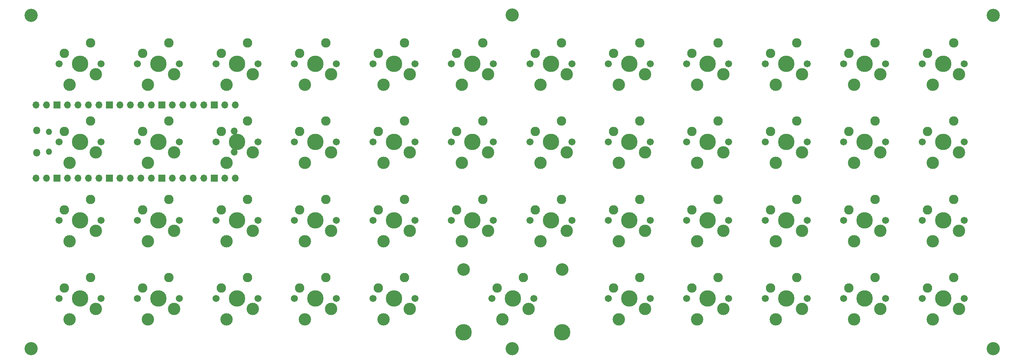
<source format=gbr>
%TF.GenerationSoftware,KiCad,Pcbnew,(6.0.11)*%
%TF.CreationDate,2023-04-14T22:13:07-06:00*%
%TF.ProjectId,JL Planck,4a4c2050-6c61-46e6-936b-2e6b69636164,rev?*%
%TF.SameCoordinates,Original*%
%TF.FileFunction,Soldermask,Top*%
%TF.FilePolarity,Negative*%
%FSLAX46Y46*%
G04 Gerber Fmt 4.6, Leading zero omitted, Abs format (unit mm)*
G04 Created by KiCad (PCBNEW (6.0.11)) date 2023-04-14 22:13:07*
%MOMM*%
%LPD*%
G01*
G04 APERTURE LIST*
%ADD10C,3.048000*%
%ADD11C,3.987800*%
%ADD12C,2.286000*%
%ADD13C,1.701800*%
%ADD14C,3.000000*%
%ADD15C,3.200000*%
%ADD16O,1.700000X1.700000*%
%ADD17R,1.700000X1.700000*%
%ADD18O,1.800000X1.800000*%
%ADD19O,1.500000X1.500000*%
G04 APERTURE END LIST*
D10*
%TO.C,J1*%
X162113681Y-111464249D03*
X185989681Y-111464249D03*
D11*
X162113681Y-126674249D03*
X185989681Y-126674249D03*
%TD*%
D12*
%TO.C,SW26*%
X84466681Y-96909249D03*
X90816681Y-94369249D03*
D13*
X83196681Y-99449249D03*
X93356681Y-99449249D03*
D14*
X85736681Y-104529249D03*
D11*
X88276681Y-99449249D03*
D14*
X92086681Y-101989249D03*
%TD*%
D12*
%TO.C,SW25*%
X65466681Y-96909249D03*
X71816681Y-94369249D03*
D14*
X66736681Y-104529249D03*
D13*
X64196681Y-99449249D03*
D11*
X69276681Y-99449249D03*
D13*
X74356681Y-99449249D03*
D14*
X73086681Y-101989249D03*
%TD*%
D12*
%TO.C,SW18*%
X160466681Y-77909249D03*
X166816681Y-75369249D03*
D14*
X161736681Y-85529249D03*
D13*
X159196681Y-80449249D03*
D14*
X168086681Y-82989249D03*
D13*
X169356681Y-80449249D03*
D11*
X164276681Y-80449249D03*
%TD*%
D12*
%TO.C,SW44*%
X217466681Y-115909249D03*
X223816681Y-113369249D03*
D13*
X216196681Y-118449249D03*
D14*
X218736681Y-123529249D03*
D13*
X226356681Y-118449249D03*
D14*
X225086681Y-120989249D03*
D11*
X221276681Y-118449249D03*
%TD*%
%TO.C,SW14*%
X88276681Y-80449249D03*
D14*
X92086681Y-82989249D03*
X85736681Y-85529249D03*
D13*
X83196681Y-80449249D03*
X93356681Y-80449249D03*
D12*
X90816681Y-75369249D03*
X84466681Y-77909249D03*
%TD*%
%TO.C,SW29*%
X141466681Y-96909249D03*
X147816681Y-94369249D03*
D13*
X150356681Y-99449249D03*
X140196681Y-99449249D03*
D14*
X142736681Y-104529249D03*
X149086681Y-101989249D03*
D11*
X145276681Y-99449249D03*
%TD*%
D12*
%TO.C,SW20*%
X198466681Y-77909249D03*
X204816681Y-75369249D03*
D11*
X202276681Y-80449249D03*
D13*
X207356681Y-80449249D03*
D14*
X199736681Y-85529249D03*
D13*
X197196681Y-80449249D03*
D14*
X206086681Y-82989249D03*
%TD*%
D15*
%TO.C,H4*%
X57389481Y-49663649D03*
%TD*%
D12*
%TO.C,SW23*%
X255466681Y-77909249D03*
X261816681Y-75369249D03*
D14*
X256736681Y-85529249D03*
D11*
X259276681Y-80449249D03*
D13*
X254196681Y-80449249D03*
X264356681Y-80449249D03*
D14*
X263086681Y-82989249D03*
%TD*%
D12*
%TO.C,SW16*%
X122466681Y-77909249D03*
X128816681Y-75369249D03*
D14*
X130086681Y-82989249D03*
D11*
X126276681Y-80449249D03*
D13*
X131356681Y-80449249D03*
X121196681Y-80449249D03*
D14*
X123736681Y-85529249D03*
%TD*%
D12*
%TO.C,SW30*%
X160466681Y-96909249D03*
X166816681Y-94369249D03*
D11*
X164276681Y-99449249D03*
D13*
X169356681Y-99449249D03*
D14*
X161736681Y-104529249D03*
D13*
X159196681Y-99449249D03*
D14*
X168086681Y-101989249D03*
%TD*%
D12*
%TO.C,SW36*%
X274466681Y-96909249D03*
X280816681Y-94369249D03*
D13*
X273196681Y-99449249D03*
X283356681Y-99449249D03*
D14*
X275736681Y-104529249D03*
X282086681Y-101989249D03*
D11*
X278276681Y-99449249D03*
%TD*%
D12*
%TO.C,SW42*%
X170241681Y-115909249D03*
X176591681Y-113369249D03*
D14*
X171511681Y-123529249D03*
D13*
X168971681Y-118449249D03*
D11*
X174051681Y-118449249D03*
D14*
X177861681Y-120989249D03*
D13*
X179131681Y-118449249D03*
%TD*%
D12*
%TO.C,SW8*%
X198466681Y-58909249D03*
X204816681Y-56369249D03*
D11*
X202276681Y-61449249D03*
D13*
X207356681Y-61449249D03*
D14*
X199736681Y-66529249D03*
D13*
X197196681Y-61449249D03*
D14*
X206086681Y-63989249D03*
%TD*%
D12*
%TO.C,SW37*%
X65466681Y-115909249D03*
X71816681Y-113369249D03*
D14*
X66736681Y-123529249D03*
D13*
X64196681Y-118449249D03*
X74356681Y-118449249D03*
D11*
X69276681Y-118449249D03*
D14*
X73086681Y-120989249D03*
%TD*%
D12*
%TO.C,SW39*%
X103466681Y-115909249D03*
X109816681Y-113369249D03*
D11*
X107276681Y-118449249D03*
D14*
X111086681Y-120989249D03*
D13*
X112356681Y-118449249D03*
X102196681Y-118449249D03*
D14*
X104736681Y-123529249D03*
%TD*%
D12*
%TO.C,SW34*%
X236466681Y-96909249D03*
X242816681Y-94369249D03*
D13*
X235196681Y-99449249D03*
D14*
X237736681Y-104529249D03*
D13*
X245356681Y-99449249D03*
D14*
X244086681Y-101989249D03*
D11*
X240276681Y-99449249D03*
%TD*%
D12*
%TO.C,SW31*%
X179466681Y-96909249D03*
X185816681Y-94369249D03*
D13*
X188356681Y-99449249D03*
D11*
X183276681Y-99449249D03*
D14*
X180736681Y-104529249D03*
D13*
X178196681Y-99449249D03*
D14*
X187086681Y-101989249D03*
%TD*%
D12*
%TO.C,SW40*%
X122466681Y-115909249D03*
X128816681Y-113369249D03*
D11*
X126276681Y-118449249D03*
D14*
X123736681Y-123529249D03*
X130086681Y-120989249D03*
D13*
X121196681Y-118449249D03*
X131356681Y-118449249D03*
%TD*%
D12*
%TO.C,SW35*%
X255466681Y-96909249D03*
X261816681Y-94369249D03*
D13*
X264356681Y-99449249D03*
D14*
X256736681Y-104529249D03*
X263086681Y-101989249D03*
D11*
X259276681Y-99449249D03*
D13*
X254196681Y-99449249D03*
%TD*%
D12*
%TO.C,SW38*%
X84466681Y-115909249D03*
X90816681Y-113369249D03*
D13*
X83196681Y-118449249D03*
X93356681Y-118449249D03*
D11*
X88276681Y-118449249D03*
D14*
X92086681Y-120989249D03*
X85736681Y-123529249D03*
%TD*%
D15*
%TO.C,H6*%
X57389481Y-130664249D03*
%TD*%
D12*
%TO.C,SW10*%
X236466681Y-58909249D03*
X242816681Y-56369249D03*
D11*
X240276681Y-61449249D03*
D13*
X235196681Y-61449249D03*
D14*
X237736681Y-66529249D03*
X244086681Y-63989249D03*
D13*
X245356681Y-61449249D03*
%TD*%
D12*
%TO.C,SW12*%
X274466681Y-58909249D03*
X280816681Y-56369249D03*
D14*
X282086681Y-63989249D03*
D13*
X283356681Y-61449249D03*
X273196681Y-61449249D03*
D11*
X278276681Y-61449249D03*
D14*
X275736681Y-66529249D03*
%TD*%
D12*
%TO.C,SW22*%
X236466681Y-77909249D03*
X242816681Y-75369249D03*
D13*
X235196681Y-80449249D03*
D14*
X237736681Y-85529249D03*
D11*
X240276681Y-80449249D03*
D14*
X244086681Y-82989249D03*
D13*
X245356681Y-80449249D03*
%TD*%
D12*
%TO.C,SW6*%
X160466681Y-58909249D03*
X166816681Y-56369249D03*
D11*
X164276681Y-61449249D03*
D13*
X169356681Y-61449249D03*
D14*
X161736681Y-66529249D03*
X168086681Y-63989249D03*
D13*
X159196681Y-61449249D03*
%TD*%
D12*
%TO.C,SW41*%
X141466681Y-115909249D03*
X147816681Y-113369249D03*
D14*
X149086681Y-120989249D03*
D13*
X150356681Y-118449249D03*
X140196681Y-118449249D03*
D11*
X145276681Y-118449249D03*
D14*
X142736681Y-123529249D03*
%TD*%
D12*
%TO.C,SW15*%
X103466681Y-77909249D03*
X109816681Y-75369249D03*
D14*
X111086681Y-82989249D03*
D13*
X112356681Y-80449249D03*
D11*
X107276681Y-80449249D03*
D13*
X102196681Y-80449249D03*
D14*
X104736681Y-85529249D03*
%TD*%
D12*
%TO.C,SW1*%
X65466681Y-58909249D03*
X71816681Y-56369249D03*
D14*
X73086681Y-63989249D03*
X66736681Y-66529249D03*
D13*
X74356681Y-61449249D03*
X64196681Y-61449249D03*
D11*
X69276681Y-61449249D03*
%TD*%
D12*
%TO.C,SW13*%
X65466681Y-77909249D03*
X71816681Y-75369249D03*
D13*
X74356681Y-80449249D03*
D14*
X66736681Y-85529249D03*
D13*
X64196681Y-80449249D03*
D14*
X73086681Y-82989249D03*
D11*
X69276681Y-80449249D03*
%TD*%
D12*
%TO.C,SW24*%
X274466681Y-77909249D03*
X280816681Y-75369249D03*
D14*
X282086681Y-82989249D03*
D13*
X283356681Y-80449249D03*
D11*
X278276681Y-80449249D03*
D13*
X273196681Y-80449249D03*
D14*
X275736681Y-85529249D03*
%TD*%
D12*
%TO.C,SW17*%
X141466681Y-77909249D03*
X147816681Y-75369249D03*
D14*
X142736681Y-85529249D03*
D11*
X145276681Y-80449249D03*
D13*
X150356681Y-80449249D03*
X140196681Y-80449249D03*
D14*
X149086681Y-82989249D03*
%TD*%
D12*
%TO.C,SW32*%
X198466681Y-96909249D03*
X204816681Y-94369249D03*
D11*
X202276681Y-99449249D03*
D13*
X207356681Y-99449249D03*
X197196681Y-99449249D03*
D14*
X199736681Y-104529249D03*
X206086681Y-101989249D03*
%TD*%
D12*
%TO.C,SW7*%
X179466681Y-58909249D03*
X185816681Y-56369249D03*
D13*
X178196681Y-61449249D03*
D14*
X187086681Y-63989249D03*
X180736681Y-66529249D03*
D13*
X188356681Y-61449249D03*
D11*
X183276681Y-61449249D03*
%TD*%
D12*
%TO.C,SW3*%
X103466681Y-58909249D03*
X109816681Y-56369249D03*
D11*
X107276681Y-61449249D03*
D13*
X102196681Y-61449249D03*
X112356681Y-61449249D03*
D14*
X104736681Y-66529249D03*
X111086681Y-63989249D03*
%TD*%
D12*
%TO.C,SW27*%
X103466681Y-96909249D03*
X109816681Y-94369249D03*
D14*
X111086681Y-101989249D03*
X104736681Y-104529249D03*
D11*
X107276681Y-99449249D03*
D13*
X112356681Y-99449249D03*
X102196681Y-99449249D03*
%TD*%
D12*
%TO.C,SW21*%
X217466681Y-77909249D03*
X223816681Y-75369249D03*
D11*
X221276681Y-80449249D03*
D14*
X225086681Y-82989249D03*
D13*
X226356681Y-80449249D03*
X216196681Y-80449249D03*
D14*
X218736681Y-85529249D03*
%TD*%
D15*
%TO.C,H2*%
X173899281Y-130638849D03*
%TD*%
D12*
%TO.C,SW5*%
X141466681Y-58909249D03*
X147816681Y-56369249D03*
D14*
X149086681Y-63989249D03*
D13*
X140196681Y-61449249D03*
X150356681Y-61449249D03*
D11*
X145276681Y-61449249D03*
D14*
X142736681Y-66529249D03*
%TD*%
D12*
%TO.C,SW28*%
X122466681Y-96909249D03*
X128816681Y-94369249D03*
D14*
X130086681Y-101989249D03*
X123736681Y-104529249D03*
D11*
X126276681Y-99449249D03*
D13*
X121196681Y-99449249D03*
X131356681Y-99449249D03*
%TD*%
D12*
%TO.C,SW19*%
X179466681Y-77909249D03*
X185816681Y-75369249D03*
D14*
X180736681Y-85529249D03*
X187086681Y-82989249D03*
D13*
X188356681Y-80449249D03*
X178196681Y-80449249D03*
D11*
X183276681Y-80449249D03*
%TD*%
D12*
%TO.C,SW43*%
X198466681Y-115909249D03*
X204816681Y-113369249D03*
D13*
X207356681Y-118449249D03*
D14*
X199736681Y-123529249D03*
D11*
X202276681Y-118449249D03*
D14*
X206086681Y-120989249D03*
D13*
X197196681Y-118449249D03*
%TD*%
D12*
%TO.C,SW46*%
X255466681Y-115909249D03*
X261816681Y-113369249D03*
D11*
X259276681Y-118449249D03*
D13*
X254196681Y-118449249D03*
D14*
X256736681Y-123529249D03*
X263086681Y-120989249D03*
D13*
X264356681Y-118449249D03*
%TD*%
D12*
%TO.C,SW47*%
X274466681Y-115909249D03*
X280816681Y-113369249D03*
D14*
X275736681Y-123529249D03*
X282086681Y-120989249D03*
D13*
X273196681Y-118449249D03*
D11*
X278276681Y-118449249D03*
D13*
X283356681Y-118449249D03*
%TD*%
D12*
%TO.C,SW33*%
X217466681Y-96909249D03*
X223816681Y-94369249D03*
D13*
X216196681Y-99449249D03*
D14*
X225086681Y-101989249D03*
D13*
X226356681Y-99449249D03*
D14*
X218736681Y-104529249D03*
D11*
X221276681Y-99449249D03*
%TD*%
D12*
%TO.C,SW45*%
X236466681Y-115909249D03*
X242816681Y-113369249D03*
D11*
X240276681Y-118449249D03*
D13*
X235196681Y-118449249D03*
D14*
X244086681Y-120989249D03*
D13*
X245356681Y-118449249D03*
D14*
X237736681Y-123529249D03*
%TD*%
D12*
%TO.C,SW9*%
X217466681Y-58909249D03*
X223816681Y-56369249D03*
D13*
X226356681Y-61449249D03*
D14*
X218736681Y-66529249D03*
D13*
X216196681Y-61449249D03*
D14*
X225086681Y-63989249D03*
D11*
X221276681Y-61449249D03*
%TD*%
D15*
%TO.C,H5*%
X290383681Y-130638849D03*
%TD*%
D12*
%TO.C,SW4*%
X122466681Y-58909249D03*
X128816681Y-56369249D03*
D13*
X131356681Y-61449249D03*
D14*
X130086681Y-63989249D03*
D13*
X121196681Y-61449249D03*
D11*
X126276681Y-61449249D03*
D14*
X123736681Y-66529249D03*
%TD*%
D12*
%TO.C,SW2*%
X84466681Y-58909249D03*
X90816681Y-56369249D03*
D11*
X88276681Y-61449249D03*
D13*
X93356681Y-61449249D03*
D14*
X85736681Y-66529249D03*
X92086681Y-63989249D03*
D13*
X83196681Y-61449249D03*
%TD*%
D12*
%TO.C,SW11*%
X255466681Y-58909249D03*
X261816681Y-56369249D03*
D13*
X254196681Y-61449249D03*
D11*
X259276681Y-61449249D03*
D14*
X256736681Y-66529249D03*
D13*
X264356681Y-61449249D03*
D14*
X263086681Y-63989249D03*
%TD*%
D15*
%TO.C,H3*%
X290383681Y-49663649D03*
%TD*%
%TO.C,H1*%
X173899281Y-49638249D03*
%TD*%
D16*
%TO.C,U1*%
X106638681Y-82912249D03*
D17*
X106638681Y-80372249D03*
D16*
X106638681Y-77832249D03*
X58608681Y-89262249D03*
X61148681Y-89262249D03*
D17*
X63688681Y-89262249D03*
D16*
X66228681Y-89262249D03*
X68768681Y-89262249D03*
X71308681Y-89262249D03*
X73848681Y-89262249D03*
D17*
X76388681Y-89262249D03*
D16*
X78928681Y-89262249D03*
X81468681Y-89262249D03*
X84008681Y-89262249D03*
X86548681Y-89262249D03*
D17*
X89088681Y-89262249D03*
D16*
X91628681Y-89262249D03*
X94168681Y-89262249D03*
X96708681Y-89262249D03*
X99248681Y-89262249D03*
D17*
X101788681Y-89262249D03*
D16*
X104328681Y-89262249D03*
X106868681Y-89262249D03*
X106868681Y-71482249D03*
X104328681Y-71482249D03*
D17*
X101788681Y-71482249D03*
D16*
X99248681Y-71482249D03*
X96708681Y-71482249D03*
X94168681Y-71482249D03*
X91628681Y-71482249D03*
D17*
X89088681Y-71482249D03*
D16*
X86548681Y-71482249D03*
X84008681Y-71482249D03*
X81468681Y-71482249D03*
X78928681Y-71482249D03*
D17*
X76388681Y-71482249D03*
D16*
X73848681Y-71482249D03*
X71308681Y-71482249D03*
X68768681Y-71482249D03*
X66228681Y-71482249D03*
D17*
X63688681Y-71482249D03*
D16*
X61148681Y-71482249D03*
X58608681Y-71482249D03*
D18*
X58738681Y-83097249D03*
X58738681Y-77647249D03*
D19*
X61768681Y-82797249D03*
X61768681Y-77947249D03*
%TD*%
M02*

</source>
